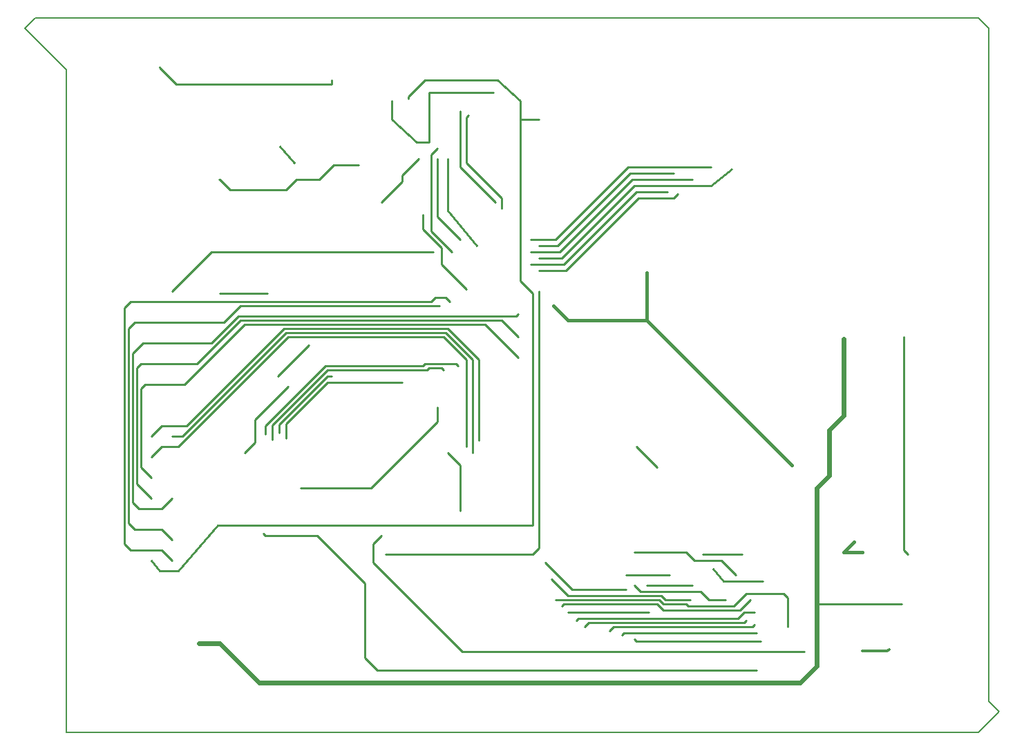
<source format=gbr>
G04 EAGLE Gerber RS-274X export*
G75*
%MOMM*%
%FSLAX34Y34*%
%LPD*%
%INBottom Copper*%
%IPPOS*%
%AMOC8*
5,1,8,0,0,1.08239X$1,22.5*%
G01*
%ADD10C,0.254000*%
%ADD11C,0.406400*%
%ADD12C,0.304800*%
%ADD13C,0.609600*%
%ADD14C,0.152400*%


D10*
X685800Y167640D02*
X741680Y167640D01*
X589280Y154940D02*
X568960Y175260D01*
X589280Y154940D02*
X703580Y154940D01*
X708660Y149860D01*
X739140Y149860D01*
X594360Y162560D02*
X561340Y195580D01*
X594360Y162560D02*
X660400Y162560D01*
X235140Y354520D02*
X235140Y364680D01*
X294640Y424180D01*
X299720Y424180D01*
X227140Y364300D02*
X227140Y346520D01*
X434340Y434340D02*
X436880Y431800D01*
X434340Y434340D02*
X419100Y434340D01*
X416560Y431800D01*
X294640Y431800D01*
X227140Y364300D01*
X411480Y436880D02*
X414020Y439420D01*
X452120Y439420D01*
X454660Y436880D01*
X218190Y363220D02*
X218190Y352810D01*
X291850Y436880D02*
X411480Y436880D01*
X291850Y436880D02*
X218190Y363220D01*
X543560Y561340D02*
X584200Y561340D01*
X673100Y650240D01*
X711200Y650240D01*
X553720Y528320D02*
X553720Y213360D01*
X546100Y205740D01*
X365760Y205740D01*
X673100Y337820D02*
X698500Y312420D01*
X220980Y525780D02*
X162560Y525780D01*
X233680Y424180D02*
X271780Y462280D01*
D11*
X927100Y208280D02*
X949960Y208280D01*
X939800Y220980D02*
X927100Y208280D01*
D10*
X581660Y568960D02*
X553720Y568960D01*
X581660Y568960D02*
X670560Y657860D01*
X764540Y657860D01*
X789940Y678180D01*
X464820Y530860D02*
X434340Y561340D01*
X434340Y581660D01*
X411480Y604520D01*
X411480Y622300D01*
D11*
X685800Y492760D02*
X863600Y314960D01*
X685800Y492760D02*
X685800Y551180D01*
X685800Y492760D02*
X589280Y492760D01*
X571500Y510540D01*
D10*
X441960Y330200D02*
X457200Y314960D01*
X457200Y259080D01*
X779780Y172720D02*
X828040Y172720D01*
X779780Y172720D02*
X767080Y187960D01*
X713740Y180340D02*
X660400Y180340D01*
X670560Y101600D02*
X673100Y99060D01*
X825500Y99060D01*
X657860Y109220D02*
X655320Y106680D01*
X657860Y109220D02*
X820420Y109220D01*
X645160Y116840D02*
X640080Y111760D01*
X645160Y116840D02*
X815340Y116840D01*
X817880Y119380D01*
X614680Y121920D02*
X609600Y116840D01*
X614680Y121920D02*
X805180Y121920D01*
X807720Y124460D01*
X601980Y127000D02*
X599440Y124460D01*
X601980Y127000D02*
X797560Y127000D01*
X805180Y134620D01*
X817880Y134620D01*
X678180Y160020D02*
X670560Y167640D01*
X678180Y160020D02*
X751840Y160020D01*
X762000Y149860D01*
X782320Y149860D01*
X688340Y134620D02*
X589280Y134620D01*
X581660Y142240D02*
X584200Y144780D01*
X698500Y144780D01*
X706120Y137160D01*
X800100Y137160D01*
X812800Y149860D01*
X701040Y149860D02*
X574040Y149860D01*
X701040Y149860D02*
X706120Y144780D01*
X734060Y144780D01*
X736600Y142240D01*
X792480Y142240D01*
X807720Y157480D01*
X858520Y152400D02*
X858520Y116840D01*
X858520Y152400D02*
X853440Y157480D01*
X807720Y157480D01*
X347980Y287020D02*
X261620Y287020D01*
X347980Y287020D02*
X429260Y368300D01*
X429260Y386080D01*
X670560Y208280D02*
X734060Y208280D01*
X744220Y198120D01*
X777240Y198120D01*
X795020Y180340D01*
X546100Y241300D02*
X546100Y414020D01*
X546100Y525780D01*
X530860Y541020D01*
X530860Y739140D02*
X553720Y739140D01*
X530860Y739140D02*
X530860Y541020D01*
X393700Y764540D02*
X393700Y767080D01*
X414020Y787400D01*
X502920Y787400D01*
X530860Y762000D01*
X78740Y198120D02*
X88900Y185420D01*
X111760Y185420D01*
X160020Y241300D01*
X546100Y241300D01*
X530860Y739140D02*
X530860Y762000D01*
X441960Y627380D02*
X477520Y584200D01*
X441960Y627380D02*
X441960Y690880D01*
X429260Y690880D02*
X429260Y619760D01*
X457200Y591820D01*
X447040Y576580D02*
X421640Y601980D01*
X421640Y695960D01*
X429260Y703580D01*
X508000Y642620D02*
X508000Y629920D01*
X508000Y642620D02*
X464820Y685800D01*
X464820Y741680D01*
X467360Y744220D01*
X457200Y680720D02*
X500380Y637540D01*
X457200Y680720D02*
X457200Y749300D01*
X553720Y553720D02*
X586740Y553720D01*
X675640Y642620D01*
X718820Y642620D01*
X723900Y647700D01*
X579120Y576580D02*
X543560Y576580D01*
X579120Y576580D02*
X668020Y665480D01*
X741680Y665480D01*
X574040Y591820D02*
X543560Y591820D01*
X574040Y591820D02*
X662940Y680720D01*
X764540Y680720D01*
X576580Y584200D02*
X553720Y584200D01*
X576580Y584200D02*
X665480Y673100D01*
X718820Y673100D01*
X254000Y685800D02*
X236220Y706120D01*
X162560Y665480D02*
X161290Y665480D01*
X162560Y665480D02*
X175260Y652780D01*
X243840Y652780D01*
X256540Y665480D01*
X284480Y665480D01*
X302260Y683260D01*
X332740Y683260D01*
X419100Y711200D02*
X419100Y772160D01*
X497840Y772160D01*
X373380Y762000D02*
X373380Y739100D01*
X403860Y711160D01*
X406360Y711160D01*
X419100Y711200D01*
X88900Y802640D02*
X88900Y803402D01*
X88900Y802640D02*
X109220Y782320D01*
X299720Y782320D01*
X299720Y787400D01*
X386080Y662940D02*
X360680Y637540D01*
X386080Y662940D02*
X386080Y670560D01*
X406400Y690880D01*
X281940Y228600D02*
X340360Y170180D01*
X340360Y78740D01*
X355600Y63500D01*
X820420Y63500D01*
X281940Y228600D02*
X218440Y228600D01*
X215900Y231140D01*
D12*
X949960Y87630D02*
X980440Y87630D01*
X982980Y88900D01*
D10*
X58420Y490220D02*
X50800Y482600D01*
X50800Y243840D01*
X58420Y236220D01*
X91440Y236220D01*
X104140Y223520D01*
X58420Y490220D02*
X167640Y490220D01*
X187960Y510540D01*
X431800Y510540D01*
X53340Y515620D02*
X45720Y508000D01*
X45720Y218440D01*
X53340Y210820D01*
X91440Y210820D01*
X104140Y198120D01*
X53340Y515620D02*
X421640Y515620D01*
X426720Y520700D01*
X439420Y520700D01*
X444500Y515620D01*
X78740Y274320D02*
X60960Y292100D01*
X60960Y434340D01*
X66040Y439420D01*
X134620Y439420D01*
X187960Y492760D01*
X508000Y492760D01*
X528320Y472440D01*
X104140Y274320D02*
X91440Y261620D01*
X63500Y261620D01*
X55880Y269240D01*
X55880Y452120D01*
X68580Y464820D01*
X152400Y464820D01*
X185420Y497840D01*
X429260Y497840D01*
X525780Y497840D01*
X528320Y500380D01*
X116840Y350520D02*
X104140Y350520D01*
X116840Y350520D02*
X243840Y477520D01*
X439420Y477520D01*
X472440Y444500D01*
X472440Y330200D01*
X91440Y337820D02*
X78740Y325120D01*
X91440Y337820D02*
X111760Y337820D01*
X246380Y472440D01*
X436880Y472440D01*
X464820Y444500D01*
X464820Y337820D01*
X91440Y363220D02*
X78740Y350520D01*
X91440Y363220D02*
X121920Y363220D01*
X241300Y482600D01*
X441960Y482600D01*
X480060Y444500D01*
X480060Y345440D01*
X78740Y299720D02*
X66040Y312420D01*
X66040Y408940D01*
X71120Y414020D01*
X119380Y414020D01*
X193040Y487680D01*
X487680Y487680D01*
X528320Y447040D01*
X152400Y576580D02*
X104140Y528320D01*
X152400Y576580D02*
X424180Y576580D01*
X244090Y366010D02*
X244090Y347980D01*
X244090Y366010D02*
X294640Y416560D01*
X386080Y416560D01*
X205740Y342900D02*
X193040Y330200D01*
X205740Y342900D02*
X205740Y370840D01*
X246380Y411480D01*
X1000760Y472440D02*
X1000760Y210820D01*
X1005840Y205740D01*
X360680Y228600D02*
X350520Y218440D01*
X350520Y195580D01*
X459740Y86360D01*
X878840Y86360D01*
X802640Y205740D02*
X754380Y205740D01*
D13*
X162560Y96520D02*
X137160Y96520D01*
X162560Y96520D02*
X210820Y48260D01*
X873760Y48260D01*
X927100Y375920D02*
X927100Y469900D01*
X927100Y375920D02*
X909320Y358140D01*
X909320Y302260D01*
X894080Y287020D01*
X894080Y144780D02*
X894080Y68580D01*
X894080Y144780D02*
X894080Y287020D01*
X894080Y68580D02*
X873760Y48260D01*
D10*
X894080Y144780D02*
X998220Y144780D01*
D14*
X1092200Y863600D02*
X-63500Y863600D01*
X1092200Y863600D02*
X1104900Y850900D01*
X1104900Y25400D01*
X1117600Y12700D01*
X1092200Y-12700D01*
X-25400Y-12700D01*
X-25400Y800100D01*
X-76200Y850900D01*
X-63500Y863600D01*
M02*

</source>
